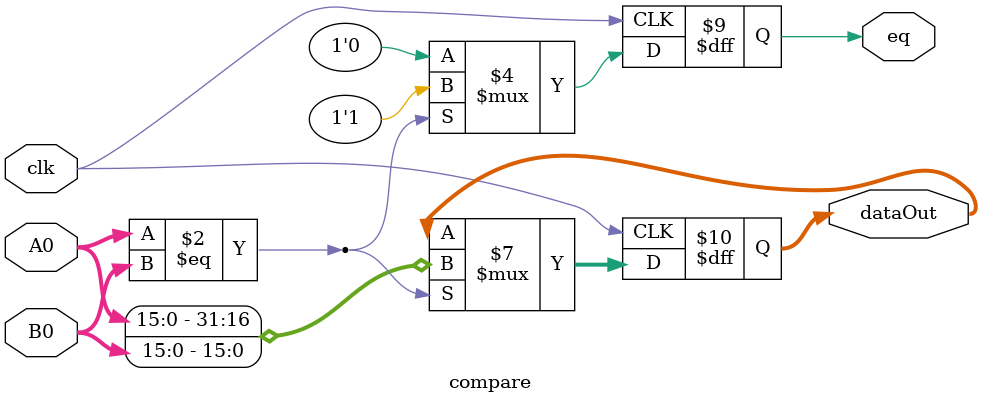
<source format=sv>
module compare(
	input logic clk,
	input logic [15:0] A0, B0,
	output logic eq,
	output logic [31:0] dataOut
);

	always_ff @(posedge clk) begin
		if (A0 == B0) begin
			eq <= 1'b1;
			dataOut <= {A0, B0};
		end
		else
			eq <= 1'b0;
	end
endmodule
</source>
